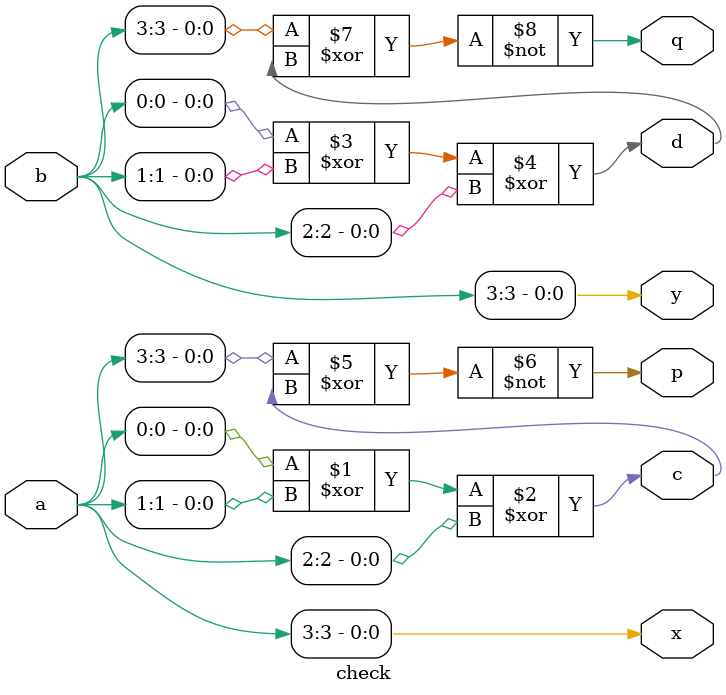
<source format=v>
module check(a,b,c,d,x,y,p,q);
input [3:0]a,b;
output c,d,x,y,p,q;
assign c=a[0]^a[1]^a[2];
assign d=b[0]^b[1]^b[2];
assign x=a[3];
assign y=b[3];
assign p=~(x^c);
assign q=~(y^d);
endmodule
</source>
